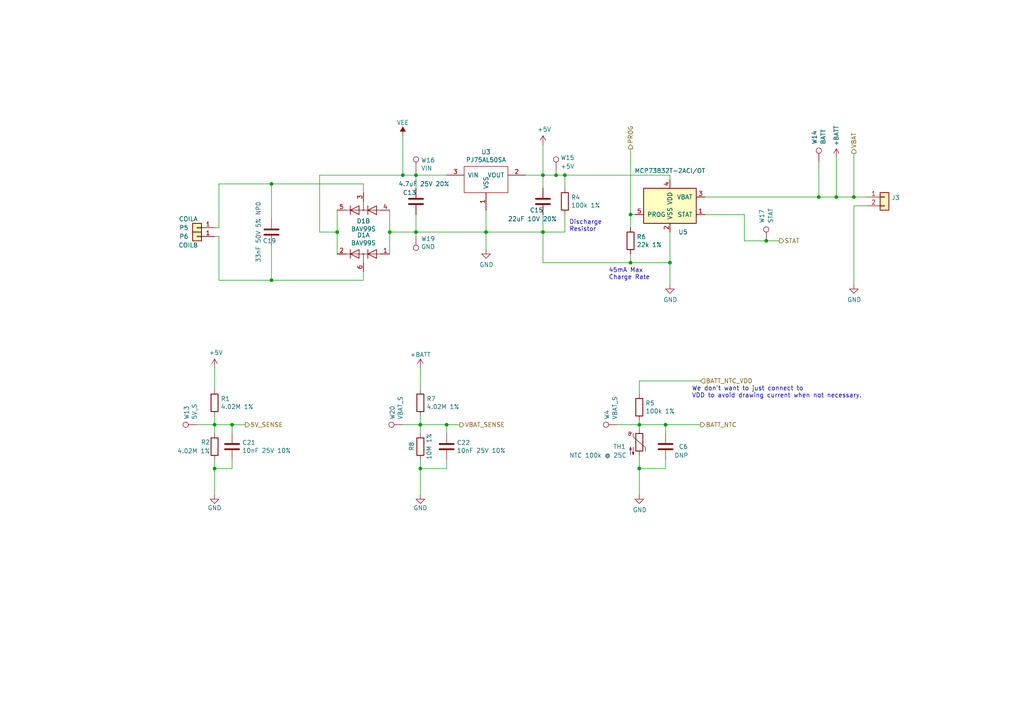
<source format=kicad_sch>
(kicad_sch (version 20211123) (generator eeschema)
  (paper "A4")
  (lib_symbols
    (symbol "Connector_Generic:Conn_01x01" (pin_names (offset 1.016) hide)
      (property "Reference" "J" (at 0 2.54 0))
      (property "Value" "Conn_01x01" (at 0 -2.54 0))
      (symbol "Conn_01x01_1_1"
        (rectangle (start -1.27 0.127) (end 0 -0.127) (stroke (width 0.1524)))
        (rectangle (start -1.27 1.27) (end 1.27 -1.27) (stroke (width 0.254)) (fill (type background)))
        (pin passive line (at -5.08 0 0) (length 3.81) (name "Pin_1") (number "1"))
      )
    )
    (symbol "Connector_Generic:Conn_01x02" (pin_names (offset 1.016) hide)
      (property "Reference" "J" (at 0 2.54 0))
      (property "Value" "Conn_01x02" (at 0 -5.08 0))
      (symbol "Conn_01x02_1_1"
        (rectangle (start -1.27 -2.413) (end 0 -2.667) (stroke (width 0.1524)))
        (rectangle (start -1.27 0.127) (end 0 -0.127) (stroke (width 0.1524)))
        (rectangle (start -1.27 1.27) (end 1.27 -3.81) (stroke (width 0.254)) (fill (type background)))
        (pin passive line (at -5.08 0 0) (length 3.81) (name "Pin_1") (number "1"))
        (pin passive line (at -5.08 -2.54 0) (length 3.81) (name "Pin_2") (number "2"))
      )
    )
    (symbol "Device:C" (pin_numbers hide) (pin_names (offset 0.254))
      (property "Reference" "C" (at 0.635 2.54 0))
      (property "Value" "C" (at 0.635 -2.54 0))
      (symbol "C_0_1"
        (polyline (pts (xy -2.032 -0.762) (xy 2.032 -0.762)) (stroke (width 0.508)))
        (polyline (pts (xy -2.032 0.762) (xy 2.032 0.762)) (stroke (width 0.508)))
      )
      (symbol "C_1_1"
        (pin passive line (at 0 3.81 270) (length 2.794) (name "~") (number "1"))
        (pin passive line (at 0 -3.81 90) (length 2.794) (name "~") (number "2"))
      )
    )
    (symbol "Device:R" (pin_numbers hide) (pin_names (offset 0))
      (property "Reference" "R" (at 2.032 0 90))
      (property "Value" "R" (at 0 0 90))
      (symbol "R_0_1"
        (rectangle (start -1.016 -2.54) (end 1.016 2.54) (stroke (width 0.254)))
      )
      (symbol "R_1_1"
        (pin passive line (at 0 3.81 270) (length 1.27) (name "~") (number "1"))
        (pin passive line (at 0 -3.81 90) (length 1.27) (name "~") (number "2"))
      )
    )
    (symbol "Device:Thermistor_NTC" (pin_numbers hide) (pin_names (offset 0))
      (property "Reference" "TH" (at -4.445 0 90))
      (property "Value" "Thermistor_NTC" (at 3.175 0 90))
      (symbol "Thermistor_NTC_0_1"
        (arc (start -3.048 2.159) (mid -3.0495 2.3143) (end -3.175 2.413))
        (arc (start -3.048 2.159) (mid -2.9736 1.9794) (end -2.794 1.905))
        (arc (start -3.048 2.794) (mid -2.9736 2.6144) (end -2.794 2.54))
        (arc (start -2.794 1.905) (mid -2.6144 1.9794) (end -2.54 2.159))
        (arc (start -2.794 2.54) (mid -2.4393 2.5587) (end -2.159 2.794))
        (arc (start -2.794 3.048) (mid -2.9736 2.9736) (end -3.048 2.794))
        (arc (start -2.54 2.794) (mid -2.6144 2.9736) (end -2.794 3.048))
        (rectangle (start -1.016 2.54) (end 1.016 -2.54) (stroke (width 0.254)))
        (polyline (pts (xy -2.54 2.159) (xy -2.54 2.794)))
        (polyline (pts (xy -1.778 2.54) (xy -1.778 1.524) (xy 1.778 -1.524) (xy 1.778 -2.54)))
        (polyline (pts (xy -2.54 -3.683) (xy -2.54 -1.397) (xy -2.794 -2.159) (xy -2.286 -2.159) (xy -2.54 -1.397) (xy -2.54 -1.651)) (fill (type outline)))
        (polyline (pts (xy -1.778 -1.397) (xy -1.778 -3.683) (xy -2.032 -2.921) (xy -1.524 -2.921) (xy -1.778 -3.683) (xy -1.778 -3.429)) (fill (type outline)))
      )
      (symbol "Thermistor_NTC_1_1"
        (pin passive line (at 0 3.81 270) (length 1.27) (name "~") (number "1"))
        (pin passive line (at 0 -3.81 90) (length 1.27) (name "~") (number "2"))
      )
    )
    (symbol "Pixels-dice:BAV99S-diode" (pin_names (offset 0.0254) hide)
      (property "Reference" "D" (at 0 2.54 0))
      (property "Value" "BAV99S-diode" (at 0 5.08 0))
      (symbol "BAV99S-diode_0_1"
        (polyline (pts (xy -5.08 0) (xy 5.08 0)))
        (polyline (pts (xy 0 0) (xy 0 -2.54)))
        (polyline (pts (xy -1.27 -1.27) (xy -1.27 1.27) (xy -1.27 1.27)) (stroke (width 0.2032)))
        (polyline (pts (xy 3.81 1.27) (xy 3.81 -1.27) (xy 3.81 -1.27)) (stroke (width 0.2032)))
        (polyline (pts (xy -3.81 1.27) (xy -1.27 0) (xy -3.81 -1.27) (xy -3.81 1.27) (xy -3.81 1.27) (xy -3.81 1.27)) (stroke (width 0.2032)))
        (polyline (pts (xy 1.27 1.27) (xy 3.81 0) (xy 1.27 -1.27) (xy 1.27 1.27) (xy 1.27 1.27) (xy 1.27 1.27)) (stroke (width 0.2032)))
        (circle (center 0 0) (radius 0.127))
      )
      (symbol "BAV99S-diode_1_1"
        (polyline (pts (xy 6.35 0) (xy 7.62 0)))
        (pin passive line (at -7.62 0 0) (length 2.54) (name "A1") (number "1"))
        (pin passive line (at 7.62 0 180) (length 2.54) (name "K2") (number "2"))
        (pin passive line (at 0 -5.08 90) (length 2.54) (name "K3A4") (number "6"))
      )
      (symbol "BAV99S-diode_2_1"
        (polyline (pts (xy 6.35 0) (xy 7.62 0)))
        (pin passive line (at 0 -5.08 90) (length 2.54) (name "K1A2") (number "3"))
        (pin passive line (at -7.62 0 0) (length 2.54) (name "A3") (number "4"))
        (pin passive line (at 7.62 0 180) (length 2.54) (name "K4") (number "5"))
      )
    )
    (symbol "Pixels-dice:HX6306P502MR" (pin_names (offset 1.016))
      (property "Reference" "U" (at 3.81 -6.35 0))
      (property "Value" "HX6306P502MR" (at 0 3.81 0))
      (symbol "HX6306P502MR_0_1"
        (rectangle (start -6.35 2.54) (end 6.35 -5.08))
      )
      (symbol "HX6306P502MR_1_1"
        (pin power_in line (at 0 -10.16 90) (length 5.08) (name "VSS") (number "1"))
        (pin power_out line (at 11.43 0 180) (length 5.08) (name "VOUT") (number "2"))
        (pin power_in line (at -11.43 0 0) (length 5.08) (name "VIN") (number "3"))
      )
    )
    (symbol "Pixels-dice:MCP73831-2-OT-battery_management" (pin_names (offset 1.016))
      (property "Reference" "U" (at -7.62 6.35 0))
      (property "Value" "MCP73831-2-OT-battery_management" (at 1.27 6.35 0))
      (symbol "MCP73831-2-OT-battery_management_0_1"
        (rectangle (start -7.62 5.08) (end 7.62 -5.08) (stroke (width 0.254)) (fill (type background)))
      )
      (symbol "MCP73831-2-OT-battery_management_1_1"
        (pin output line (at 10.16 -2.54 180) (length 2.54) (name "STAT") (number "1"))
        (pin power_in line (at 0 -7.62 90) (length 2.54) (name "VSS") (number "2"))
        (pin power_out line (at 10.16 2.54 180) (length 2.54) (name "VBAT") (number "3"))
        (pin power_in line (at 0 7.62 270) (length 2.54) (name "VDD") (number "4"))
        (pin input line (at -10.16 -2.54 0) (length 2.54) (name "PROG") (number "5"))
      )
    )
    (symbol "Pixels-dice:TEST_1P-conn" (pin_numbers hide) (pin_names (offset 0.762) hide)
      (property "Reference" "W" (at 0 6.858 0))
      (property "Value" "TEST_1P-conn" (at 0 5.08 0))
      (symbol "TEST_1P-conn_0_1"
        (circle (center 0 3.302) (radius 0.762))
      )
      (symbol "TEST_1P-conn_1_1"
        (pin passive line (at 0 0 90) (length 2.54) (name "1") (number "1"))
      )
    )
    (symbol "power:+5V" (power) (pin_names (offset 0))
      (property "Value" "+5V" (at 0 3.556 0))
      (symbol "+5V_0_1"
        (polyline (pts (xy -0.762 1.27) (xy 0 2.54)))
        (polyline (pts (xy 0 0) (xy 0 2.54)))
        (polyline (pts (xy 0 2.54) (xy 0.762 1.27)))
      )
      (symbol "+5V_1_1"
        (pin power_in line (at 0 0 90) (length 0) hide (name "+5V") (number "1"))
      )
    )
    (symbol "power:+BATT" (power) (pin_names (offset 0))
      (property "Value" "+BATT" (at 0 3.556 0))
      (symbol "+BATT_0_1"
        (polyline (pts (xy -0.762 1.27) (xy 0 2.54)))
        (polyline (pts (xy 0 0) (xy 0 2.54)))
        (polyline (pts (xy 0 2.54) (xy 0.762 1.27)))
      )
      (symbol "+BATT_1_1"
        (pin power_in line (at 0 0 90) (length 0) hide (name "+BATT") (number "1"))
      )
    )
    (symbol "power:GND" (power) (pin_names (offset 0))
      (property "Value" "GND" (at 0 -3.81 0))
      (symbol "GND_0_1"
        (polyline (pts (xy 0 0) (xy 0 -1.27) (xy 1.27 -1.27) (xy 0 -2.54) (xy -1.27 -1.27) (xy 0 -1.27)))
      )
      (symbol "GND_1_1"
        (pin power_in line (at 0 0 270) (length 0) hide (name "GND") (number "1"))
      )
    )
    (symbol "power:VEE" (power) (pin_names (offset 0))
      (property "Value" "VEE" (at 0 3.81 0))
      (symbol "VEE_0_1"
        (polyline (pts (xy 0 0) (xy 0 2.54)))
        (polyline (pts (xy 0.762 1.27) (xy -0.762 1.27) (xy 0 2.54) (xy 0.762 1.27)) (fill (type outline)))
      )
      (symbol "VEE_1_1"
        (pin power_in line (at 0 0 90) (length 0) hide (name "VEE") (number "1"))
      )
    )
  )
  (junction (at 97.79 67.31))
  (junction (at 247.65 57.15))
  (junction (at 62.23 123.19))
  (junction (at 182.88 76.2))
  (junction (at 62.23 135.89))
  (junction (at 193.04 123.19))
  (junction (at 194.31 76.2))
  (junction (at 182.88 62.23))
  (junction (at 157.48 67.31))
  (junction (at 242.57 57.15))
  (junction (at 140.97 67.31))
  (junction (at 120.65 67.31))
  (junction (at 78.74 53.34))
  (junction (at 120.65 50.8))
  (junction (at 185.42 123.19))
  (junction (at 121.92 135.89))
  (junction (at 67.31 123.19))
  (junction (at 237.49 57.15))
  (junction (at 157.48 50.8))
  (junction (at 78.74 81.28))
  (junction (at 161.29 50.8))
  (junction (at 121.92 123.19))
  (junction (at 113.03 67.31))
  (junction (at 185.42 135.89))
  (junction (at 222.25 69.85))
  (junction (at 116.84 50.8))
  (junction (at 163.83 50.8))
  (junction (at 129.54 123.19))
  (wire (pts (xy 157.48 76.2) (xy 182.88 76.2)))
  (wire (pts (xy 185.42 110.49) (xy 203.2 110.49)))
  (wire (pts (xy 78.74 81.28) (xy 63.5 81.28)))
  (wire (pts (xy 237.49 57.15) (xy 242.57 57.15)))
  (wire (pts (xy 129.54 135.89) (xy 121.92 135.89)))
  (wire (pts (xy 62.23 133.35) (xy 62.23 135.89)))
  (wire (pts (xy 157.48 67.31) (xy 157.48 76.2)))
  (wire (pts (xy 193.04 123.19) (xy 203.2 123.19)))
  (wire (pts (xy 161.29 49.53) (xy 161.29 50.8)))
  (wire (pts (xy 204.47 57.15) (xy 237.49 57.15)))
  (wire (pts (xy 57.15 123.19) (xy 62.23 123.19)))
  (wire (pts (xy 161.29 50.8) (xy 163.83 50.8)))
  (wire (pts (xy 215.9 69.85) (xy 222.25 69.85)))
  (wire (pts (xy 62.23 113.03) (xy 62.23 106.68)))
  (wire (pts (xy 193.04 123.19) (xy 193.04 125.73)))
  (wire (pts (xy 78.74 53.34) (xy 63.5 53.34)))
  (wire (pts (xy 247.65 44.45) (xy 247.65 57.15)))
  (wire (pts (xy 157.48 41.91) (xy 157.48 50.8)))
  (wire (pts (xy 247.65 57.15) (xy 242.57 57.15)))
  (wire (pts (xy 63.5 81.28) (xy 63.5 68.58)))
  (wire (pts (xy 97.79 60.96) (xy 97.79 67.31)))
  (wire (pts (xy 129.54 123.19) (xy 133.35 123.19)))
  (wire (pts (xy 157.48 67.31) (xy 157.48 62.23)))
  (wire (pts (xy 179.07 123.19) (xy 185.42 123.19)))
  (wire (pts (xy 204.47 62.23) (xy 215.9 62.23)))
  (wire (pts (xy 237.49 46.99) (xy 237.49 57.15)))
  (wire (pts (xy 182.88 73.66) (xy 182.88 76.2)))
  (wire (pts (xy 62.23 120.65) (xy 62.23 123.19)))
  (wire (pts (xy 163.83 50.8) (xy 163.83 54.61)))
  (wire (pts (xy 63.5 66.04) (xy 62.23 66.04)))
  (wire (pts (xy 62.23 135.89) (xy 62.23 143.51)))
  (wire (pts (xy 62.23 125.73) (xy 62.23 123.19)))
  (wire (pts (xy 63.5 53.34) (xy 63.5 66.04)))
  (wire (pts (xy 97.79 67.31) (xy 97.79 73.66)))
  (wire (pts (xy 113.03 60.96) (xy 113.03 67.31)))
  (wire (pts (xy 140.97 67.31) (xy 157.48 67.31)))
  (wire (pts (xy 113.03 67.31) (xy 113.03 73.66)))
  (wire (pts (xy 120.65 49.53) (xy 120.65 50.8)))
  (wire (pts (xy 182.88 43.18) (xy 182.88 62.23)))
  (wire (pts (xy 129.54 133.35) (xy 129.54 135.89)))
  (wire (pts (xy 67.31 133.35) (xy 67.31 135.89)))
  (wire (pts (xy 62.23 123.19) (xy 67.31 123.19)))
  (wire (pts (xy 247.65 59.69) (xy 247.65 82.55)))
  (wire (pts (xy 185.42 121.92) (xy 185.42 123.19)))
  (wire (pts (xy 193.04 133.35) (xy 193.04 135.89)))
  (wire (pts (xy 105.41 78.74) (xy 105.41 81.28)))
  (wire (pts (xy 120.65 50.8) (xy 129.54 50.8)))
  (wire (pts (xy 120.65 50.8) (xy 120.65 54.61)))
  (wire (pts (xy 116.84 123.19) (xy 121.92 123.19)))
  (wire (pts (xy 140.97 67.31) (xy 140.97 72.39)))
  (wire (pts (xy 163.83 62.23) (xy 163.83 67.31)))
  (wire (pts (xy 121.92 123.19) (xy 121.92 125.73)))
  (wire (pts (xy 121.92 106.68) (xy 121.92 113.03)))
  (wire (pts (xy 121.92 133.35) (xy 121.92 135.89)))
  (wire (pts (xy 185.42 114.3) (xy 185.42 110.49)))
  (wire (pts (xy 242.57 45.72) (xy 242.57 57.15)))
  (wire (pts (xy 67.31 123.19) (xy 71.12 123.19)))
  (wire (pts (xy 78.74 71.12) (xy 78.74 81.28)))
  (wire (pts (xy 120.65 67.31) (xy 113.03 67.31)))
  (wire (pts (xy 194.31 52.07) (xy 194.31 50.8)))
  (wire (pts (xy 215.9 62.23) (xy 215.9 69.85)))
  (wire (pts (xy 67.31 125.73) (xy 67.31 123.19)))
  (wire (pts (xy 194.31 67.31) (xy 194.31 76.2)))
  (wire (pts (xy 152.4 50.8) (xy 157.48 50.8)))
  (wire (pts (xy 222.25 69.85) (xy 226.06 69.85)))
  (wire (pts (xy 157.48 50.8) (xy 157.48 54.61)))
  (wire (pts (xy 92.71 50.8) (xy 116.84 50.8)))
  (wire (pts (xy 140.97 60.96) (xy 140.97 67.31)))
  (wire (pts (xy 63.5 68.58) (xy 62.23 68.58)))
  (wire (pts (xy 78.74 53.34) (xy 105.41 53.34)))
  (wire (pts (xy 97.79 67.31) (xy 92.71 67.31)))
  (wire (pts (xy 129.54 123.19) (xy 129.54 125.73)))
  (wire (pts (xy 185.42 123.19) (xy 185.42 124.46)))
  (wire (pts (xy 67.31 135.89) (xy 62.23 135.89)))
  (wire (pts (xy 251.46 59.69) (xy 247.65 59.69)))
  (wire (pts (xy 184.15 62.23) (xy 182.88 62.23)))
  (wire (pts (xy 120.65 68.58) (xy 120.65 67.31)))
  (wire (pts (xy 121.92 120.65) (xy 121.92 123.19)))
  (wire (pts (xy 185.42 135.89) (xy 185.42 143.51)))
  (wire (pts (xy 182.88 76.2) (xy 194.31 76.2)))
  (wire (pts (xy 121.92 123.19) (xy 129.54 123.19)))
  (wire (pts (xy 157.48 50.8) (xy 161.29 50.8)))
  (wire (pts (xy 92.71 67.31) (xy 92.71 50.8)))
  (wire (pts (xy 251.46 57.15) (xy 247.65 57.15)))
  (wire (pts (xy 163.83 50.8) (xy 194.31 50.8)))
  (wire (pts (xy 121.92 135.89) (xy 121.92 143.51)))
  (wire (pts (xy 116.84 39.37) (xy 116.84 50.8)))
  (wire (pts (xy 120.65 62.23) (xy 120.65 67.31)))
  (wire (pts (xy 185.42 132.08) (xy 185.42 135.89)))
  (wire (pts (xy 120.65 67.31) (xy 140.97 67.31)))
  (wire (pts (xy 105.41 55.88) (xy 105.41 53.34)))
  (wire (pts (xy 193.04 135.89) (xy 185.42 135.89)))
  (wire (pts (xy 185.42 123.19) (xy 193.04 123.19)))
  (wire (pts (xy 182.88 62.23) (xy 182.88 66.04)))
  (wire (pts (xy 78.74 63.5) (xy 78.74 53.34)))
  (wire (pts (xy 194.31 76.2) (xy 194.31 82.55)))
  (wire (pts (xy 163.83 67.31) (xy 157.48 67.31)))
  (wire (pts (xy 116.84 50.8) (xy 120.65 50.8)))
  (wire (pts (xy 78.74 81.28) (xy 105.41 81.28)))
  (text "Discharge\nResistor" (at 165.1 67.31 0) (effects (font (size 1.27 1.27)) (justify left bottom)))
  (text "45mA Max\nCharge Rate" (at 176.53 81.28 0) (effects (font (size 1.27 1.27)) (justify left bottom)))
  (text "We don't want to just connect to\nVDD to avoid drawing current when not necessary." (at 200.66 115.57 0) (effects (font (size 1.27 1.27)) (justify left bottom)))
  (hierarchical_label "PROG" (shape output) (at 182.88 43.18 90))
  (hierarchical_label "BATT_NTC" (shape output) (at 203.2 123.19 0))
  (hierarchical_label "BATT_NTC_VDD" (shape input) (at 203.2 110.49 0))
  (hierarchical_label "VBAT" (shape output) (at 247.65 44.45 90))
  (hierarchical_label "5V_SENSE" (shape output) (at 71.12 123.19 0))
  (hierarchical_label "STAT" (shape output) (at 226.06 69.85 0))
  (hierarchical_label "VBAT_SENSE" (shape output) (at 133.35 123.19 0))
  (symbol (lib_id "power:GND") (at 247.65 82.55 0) (unit 1)
    (property "Reference" "#PWR052" (effects hide))
    (property "Value" "GND" (at 247.777 86.9442 0))
  )
  (symbol (lib_id "Pixels-dice:TEST_1P-conn") (at 179.07 123.19 90) (unit 1) (in_bom no)
    (property "Reference" "W4" (at 176.022 121.7168 0) (effects (justify left)))
    (property "Value" "VBAT_S" (at 178.3334 121.7168 0) (effects (justify left)))
    (property "Footprint" "Pixels-dice:TEST_PIN" (effects hide))
    (property "Generic OK" "N/A" (effects hide))
  )
  (symbol (lib_id "Device:C") (at 120.65 58.42 0) (unit 1)
    (property "Reference" "C13" (at 116.84 55.88 0) (effects (justify left)))
    (property "Value" "4.7uF 25V 20%" (at 115.57 53.34 0) (effects (justify left)))
    (property "Footprint" "Capacitor_SMD:C_0603_1608Metric" (effects hide))
    (property "Generic OK" "YES" (effects hide))
    (property "Pixels Part Number" "SMD-C010" (effects hide))
    (property "Manufacturer" "Murata" (effects hide))
    (property "Manufacturer Part Number" "GRM188R61E475KE11D" (effects hide))
  )
  (symbol (lib_id "Pixels-dice:TEST_1P-conn") (at 120.65 49.53 0) (unit 1)
    (property "Reference" "W16" (at 122.1232 46.482 0) (effects (justify left)))
    (property "Value" "VIN" (at 122.1232 48.7934 0) (effects (justify left)))
    (property "Footprint" "Pixels-dice:TEST_PIN" (effects hide))
    (property "Generic OK" "N/A" (effects hide))
  )
  (symbol (lib_id "power:VEE") (at 116.84 39.37 0) (unit 1)
    (property "Reference" "#PWR032" (effects hide))
    (property "Value" "VEE" (at 116.84 35.56 0))
  )
  (symbol (lib_id "power:+5V") (at 62.23 106.68 0) (unit 1)
    (property "Reference" "#PWR057" (effects hide))
    (property "Value" "+5V" (at 62.611 102.2858 0))
  )
  (symbol (lib_id "Pixels-dice:TEST_1P-conn") (at 57.15 123.19 90) (unit 1)
    (property "Reference" "W13" (at 54.102 121.7168 0) (effects (justify left)))
    (property "Value" "5V_S" (at 56.4134 121.7168 0) (effects (justify left)))
    (property "Footprint" "Pixels-dice:TEST_PIN" (effects hide))
    (property "Generic OK" "N/A" (effects hide))
  )
  (symbol (lib_id "Device:C") (at 78.74 67.31 0) (unit 1)
    (property "Reference" "C19" (at 76.2 69.85 0) (effects (justify left)))
    (property "Value" "33nF 50V 5% NP0" (at 74.93 76.2 90) (effects (justify left)))
    (property "Footprint" "Capacitor_SMD:C_1206_3216Metric" (effects hide))
    (property "Generic OK" "YES" (effects hide))
    (property "Manufacturer" "Murata" (effects hide))
    (property "Manufacturer Part Number" "GRM3195C1H333JA01J" (effects hide))
  )
  (symbol (lib_id "Device:R") (at 182.88 69.85 0) (unit 1)
    (property "Reference" "R6" (at 184.658 68.6816 0) (effects (justify left)))
    (property "Value" "22k 1%" (at 184.658 70.993 0) (effects (justify left)))
    (property "Footprint" "Resistor_SMD:R_0402_1005Metric" (effects hide))
    (property "Generic OK" "YES" (effects hide))
    (property "Pixels Part Number" "SMD-R002" (effects hide))
    (property "Manufacturer" "UNI-ROYAL(Uniroyal Elec)" (effects hide))
    (property "Manufacturer Part Number" "0402WGF2202TCE" (effects hide))
  )
  (symbol (lib_id "Device:R") (at 121.92 116.84 0) (unit 1)
    (property "Reference" "R7" (at 123.698 115.6716 0) (effects (justify left)))
    (property "Value" "4.02M 1%" (at 123.698 117.983 0) (effects (justify left)))
    (property "Footprint" "Resistor_SMD:R_0402_1005Metric" (effects hide))
    (property "Generic OK" "YES" (effects hide))
    (property "Pixels Part Number" "SMD-R003" (effects hide))
    (property "Manufacturer" "UNI-ROYAL(Uniroyal Elec)" (effects hide))
    (property "Manufacturer Part Number" "0402WGF4024TCE" (effects hide))
  )
  (symbol (lib_id "power:+BATT") (at 121.92 106.68 0) (unit 1)
    (property "Reference" "#PWR058" (effects hide))
    (property "Value" "+BATT" (at 121.92 102.87 0))
  )
  (symbol (lib_id "Device:R") (at 121.92 129.54 0) (unit 1)
    (property "Reference" "R8" (at 119.38 130.81 90) (effects (justify left)))
    (property "Value" "10M 1%" (at 124.46 133.35 90) (effects (justify left)))
    (property "Footprint" "Resistor_SMD:R_0402_1005Metric" (effects hide))
    (property "Generic OK" "YES" (effects hide))
    (property "Pixels Part Number" "SMD-R004" (effects hide))
    (property "Manufacturer" "UNI-ROYAL(Uniroyal Elec)" (effects hide))
    (property "Manufacturer Part Number" "0402WGF1005TCE" (effects hide))
  )
  (symbol (lib_id "Pixels-dice:MCP73831-2-OT-battery_management") (at 194.31 59.69 0) (unit 1)
    (property "Reference" "U5" (at 198.12 67.31 0))
    (property "Value" "MCP73832T-2ACI/OT" (at 194.31 49.53 0))
    (property "Footprint" "Package_TO_SOT_SMD:SOT-23-5" (effects hide))
    (property "Datasheet" "http://ww1.microchip.com/downloads/en/DeviceDoc/20001984g.pdf" (effects hide))
    (property "Generic OK" "NO" (effects hide))
    (property "Manufacturer" "Microchip" (effects hide))
    (property "Manufacturer Part Number" "MCP73832T-2ACI/OT" (effects hide))
    (property "Pixels Part Number" "SMD-U005" (effects hide))
  )
  (symbol (lib_id "Device:R") (at 62.23 116.84 0) (unit 1)
    (property "Reference" "R1" (at 64.008 115.6716 0) (effects (justify left)))
    (property "Value" "4.02M 1%" (at 64.008 117.983 0) (effects (justify left)))
    (property "Footprint" "Resistor_SMD:R_0402_1005Metric" (effects hide))
    (property "Generic OK" "YES" (effects hide))
    (property "Pixels Part Number" "SMD-R003" (effects hide))
    (property "Manufacturer" "UNI-ROYAL(Uniroyal Elec)" (effects hide))
    (property "Manufacturer Part Number" "0402WGF4024TCE" (effects hide))
  )
  (symbol (lib_id "Device:R") (at 62.23 129.54 180) (unit 1)
    (property "Reference" "R2" (at 60.96 128.27 0) (effects (justify left)))
    (property "Value" "4.02M 1%" (at 60.96 130.81 0) (effects (justify left)))
    (property "Footprint" "Resistor_SMD:R_0402_1005Metric" (effects hide))
    (property "Generic OK" "YES" (effects hide))
    (property "Pixels Part Number" "SMD-R003" (effects hide))
    (property "Manufacturer" "UNI-ROYAL(Uniroyal Elec)" (effects hide))
    (property "Manufacturer Part Number" "0402WGF4024TCE" (effects hide))
  )
  (symbol (lib_id "power:GND") (at 121.92 143.51 0) (unit 1)
    (property "Reference" "#PWR060" (effects hide))
    (property "Value" "GND" (at 121.92 147.32 0))
  )
  (symbol (lib_id "power:+5V") (at 157.48 41.91 0) (unit 1)
    (property "Reference" "#PWR040" (effects hide))
    (property "Value" "+5V" (at 157.861 37.5158 0))
  )
  (symbol (lib_id "Device:C") (at 129.54 129.54 0) (unit 1)
    (property "Reference" "C22" (at 132.461 128.3716 0) (effects (justify left)))
    (property "Value" "10nF 25V 10%" (at 132.461 130.683 0) (effects (justify left)))
    (property "Footprint" "Capacitor_SMD:C_0402_1005Metric" (effects hide))
    (property "Generic OK" "YES" (effects hide))
    (property "Pixels Part Number" "SMD-C009" (effects hide))
    (property "Manufacturer" "Murata" (effects hide))
    (property "Manufacturer Part Number" "GRM155R71H103KA88" (effects hide))
  )
  (symbol (lib_id "Pixels-dice:TEST_1P-conn") (at 222.25 69.85 0) (unit 1)
    (property "Reference" "W17" (at 220.98 64.77 90) (effects (justify left)))
    (property "Value" "STAT" (at 223.52 64.77 90) (effects (justify left)))
    (property "Footprint" "Pixels-dice:TEST_PIN" (effects hide))
    (property "Generic OK" "N/A" (effects hide))
  )
  (symbol (lib_id "Device:Thermistor_NTC") (at 185.42 128.27 0) (unit 1)
    (property "Reference" "TH1" (at 177.8 129.54 0) (effects (justify left)))
    (property "Value" "NTC 100k @ 25C" (at 165.1 132.08 0) (effects (justify left)))
    (property "Footprint" "Pixels-dice:R_0402_1005Metric" (effects hide))
    (property "Generic OK" "NO" (effects hide))
    (property "Manufacturer" "TDK" (effects hide))
    (property "Manufacturer Part Number" "NTCG104EF104FT1X" (effects hide))
  )
  (symbol (lib_id "Device:C") (at 193.04 129.54 0) (unit 1)
    (property "Reference" "C6" (at 196.85 129.54 0) (effects (justify left)))
    (property "Value" "DNP" (at 195.58 132.08 0) (effects (justify left)))
    (property "Footprint" "Pixels-dice:C_0402_1005Metric" (effects hide))
    (property "Generic OK" "YES" (effects hide))
    (property "Pixels Part Number" "SMD-C005" (effects hide))
    (property "Manufacturer" "DNP" (effects hide))
    (property "Manufacturer Part Number" "Pixels-dice:C_0402_1005Metric" (effects hide))
  )
  (symbol (lib_id "power:GND") (at 194.31 82.55 0) (unit 1)
    (property "Reference" "#PWR051" (effects hide))
    (property "Value" "GND" (at 194.437 86.9442 0))
  )
  (symbol (lib_id "power:GND") (at 140.97 72.39 0) (unit 1)
    (property "Reference" "#PWR050" (effects hide))
    (property "Value" "GND" (at 141.097 76.7842 0))
  )
  (symbol (lib_id "power:+BATT") (at 242.57 45.72 0) (unit 1)
    (property "Reference" "#PWR041" (effects hide))
    (property "Value" "+BATT" (at 242.57 39.37 90))
  )
  (symbol (lib_id "Connector_Generic:Conn_01x02") (at 256.54 57.15 0) (unit 1)
    (property "Reference" "J3" (at 258.572 57.3532 0) (effects (justify left)))
    (property "Value" "Conn_01x02" (effects hide))
    (property "Footprint" "Pixels-dice:Hongjie 10100 Connector" (effects hide))
    (property "Generic OK" "N/A" (effects hide))
  )
  (symbol (lib_id "Device:R") (at 185.42 118.11 0) (unit 1)
    (property "Reference" "R5" (at 187.198 116.9416 0) (effects (justify left)))
    (property "Value" "100k 1%" (at 187.198 119.253 0) (effects (justify left)))
    (property "Footprint" "Pixels-dice:R_0402_1005Metric" (effects hide))
    (property "Generic OK" "YES" (effects hide))
    (property "Pixels Part Number" "SMD-R006" (effects hide))
    (property "Manufacturer" "UNI-ROYAL(Uniroyal Elec)" (effects hide))
    (property "Manufacturer Part Number" "0402WGF1003TCE" (effects hide))
  )
  (symbol (lib_id "Device:C") (at 157.48 58.42 0) (unit 1)
    (property "Reference" "C15" (at 153.67 60.96 0) (effects (justify left)))
    (property "Value" "22uF 10V 20%" (at 147.32 63.5 0) (effects (justify left)))
    (property "Footprint" "Capacitor_SMD:C_0603_1608Metric" (effects hide))
    (property "Generic OK" "YES" (effects hide))
    (property "Pixels Part Number" "SMD-C002" (effects hide))
    (property "Manufacturer" "Murata" (effects hide))
    (property "Manufacturer Part Number" "GRM188R61A226ME15D" (effects hide))
  )
  (symbol (lib_id "Pixels-dice:TEST_1P-conn") (at 120.65 68.58 180) (unit 1)
    (property "Reference" "W19" (at 122.1232 69.2658 0) (effects (justify right)))
    (property "Value" "GND" (at 122.1232 71.5772 0) (effects (justify right)))
    (property "Footprint" "Pixels-dice:TEST_PIN" (effects hide))
    (property "Generic OK" "N/A" (effects hide))
  )
  (symbol (lib_id "Pixels-dice:TEST_1P-conn") (at 237.49 46.99 0) (unit 1)
    (property "Reference" "W14" (at 236.22 41.91 90) (effects (justify left)))
    (property "Value" "BATT" (at 238.76 41.91 90) (effects (justify left)))
    (property "Footprint" "Pixels-dice:TEST_PIN" (effects hide))
    (property "Generic OK" "N/A" (effects hide))
  )
  (symbol (lib_id "Connector_Generic:Conn_01x01") (at 57.15 68.58 180) (unit 1)
    (property "Reference" "P6" (at 53.34 68.58 0))
    (property "Value" "COILB" (at 54.61 71.12 0))
    (property "Footprint" "TestPoint:TestPoint_THTPad_D1.5mm_Drill0.7mm" (effects hide))
    (property "Generic OK" "N/A" (effects hide))
  )
  (symbol (lib_id "Connector_Generic:Conn_01x01") (at 57.15 66.04 180) (unit 1)
    (property "Reference" "P5" (at 53.34 66.04 0))
    (property "Value" "COILA" (at 54.61 63.5 0))
    (property "Footprint" "TestPoint:TestPoint_THTPad_D1.5mm_Drill0.7mm" (effects hide))
    (property "Generic OK" "N/A" (effects hide))
  )
  (symbol (lib_id "Pixels-dice:TEST_1P-conn") (at 116.84 123.19 90) (unit 1)
    (property "Reference" "W20" (at 113.792 121.7168 0) (effects (justify left)))
    (property "Value" "VBAT_S" (at 116.1034 121.7168 0) (effects (justify left)))
    (property "Footprint" "Pixels-dice:TEST_PIN" (effects hide))
    (property "Generic OK" "N/A" (effects hide))
  )
  (symbol (lib_id "Pixels-dice:HX6306P502MR") (at 140.97 50.8 0) (unit 1)
    (property "Reference" "U3" (at 140.97 44.069 0))
    (property "Value" "PJ75AL50SA" (at 140.97 46.3804 0))
    (property "Footprint" "Pixels-dice:SOT-23" (effects hide))
    (property "Manufacturer" "PJSEMI" (effects hide))
    (property "Manufacturer Part Number" "PJ75AL50SA" (effects hide))
    (property "Generic OK" "NO" (effects hide))
  )
  (symbol (lib_id "Pixels-dice:TEST_1P-conn") (at 161.29 49.53 0) (unit 1)
    (property "Reference" "W15" (at 162.56 45.72 0) (effects (justify left)))
    (property "Value" "+5V" (at 162.56 48.26 0) (effects (justify left)))
    (property "Footprint" "Pixels-dice:TEST_PIN" (effects hide))
    (property "Generic OK" "N/A" (effects hide))
  )
  (symbol (lib_id "Device:R") (at 163.83 58.42 0) (unit 1)
    (property "Reference" "R4" (at 165.608 57.2516 0) (effects (justify left)))
    (property "Value" "100k 1%" (at 165.608 59.563 0) (effects (justify left)))
    (property "Footprint" "Pixels-dice:R_0402_1005Metric" (effects hide))
    (property "Generic OK" "YES" (effects hide))
    (property "Pixels Part Number" "SMD-R006" (effects hide))
    (property "Manufacturer" "UNI-ROYAL(Uniroyal Elec)" (effects hide))
    (property "Manufacturer Part Number" "0402WGF1003TCE" (effects hide))
  )
  (symbol (lib_id "power:GND") (at 185.42 143.51 0) (unit 1)
    (property "Reference" "#PWR0160" (effects hide))
    (property "Value" "GND" (at 185.547 147.9042 0))
  )
  (symbol (lib_id "Pixels-dice:BAV99S-diode") (at 105.41 60.96 180) (unit 2)
    (property "Reference" "D1" (at 105.41 64.1096 0))
    (property "Value" "BAV99S" (at 105.41 66.421 0))
    (property "Footprint" "Package_TO_SOT_SMD:SOT-363_SC-70-6" (effects hide))
    (property "Datasheet" "https://assets.nexperia.com/documents/data-sheet/BAV99_SER.pdf" (effects hide))
    (property "Generic OK" "YES" (effects hide))
    (property "Manufacturer" "Nexperia" (effects hide))
    (property "Manufacturer Part Number" "BAV99S,115" (effects hide))
    (property "Pixels Part Number" "SMD-D001" (effects hide))
  )
  (symbol (lib_id "power:GND") (at 62.23 143.51 0) (unit 1)
    (property "Reference" "#PWR059" (effects hide))
    (property "Value" "GND" (at 62.23 147.32 0))
  )
  (symbol (lib_id "Pixels-dice:BAV99S-diode") (at 105.41 73.66 0) (mirror y) (unit 1)
    (property "Reference" "D1" (at 105.41 68.1736 0))
    (property "Value" "BAV99S" (at 105.41 70.485 0))
    (property "Footprint" "Package_TO_SOT_SMD:SOT-363_SC-70-6" (effects hide))
    (property "Datasheet" "https://assets.nexperia.com/documents/data-sheet/BAV99_SER.pdf" (effects hide))
    (property "Generic OK" "YES" (effects hide))
    (property "Manufacturer" "Nexperia" (effects hide))
    (property "Manufacturer Part Number" "BAV99S,115" (effects hide))
    (property "Pixels Part Number" "SMD-D001" (effects hide))
  )
  (symbol (lib_id "Device:C") (at 67.31 129.54 0) (unit 1)
    (property "Reference" "C21" (at 70.231 128.3716 0) (effects (justify left)))
    (property "Value" "10nF 25V 10%" (at 70.231 130.683 0) (effects (justify left)))
    (property "Footprint" "Capacitor_SMD:C_0402_1005Metric" (effects hide))
    (property "Generic OK" "YES" (effects hide))
    (property "Pixels Part Number" "SMD-C009" (effects hide))
    (property "Manufacturer" "Murata" (effects hide))
    (property "Manufacturer Part Number" "GRM155R71H103KA88" (effects hide))
  )
)
</source>
